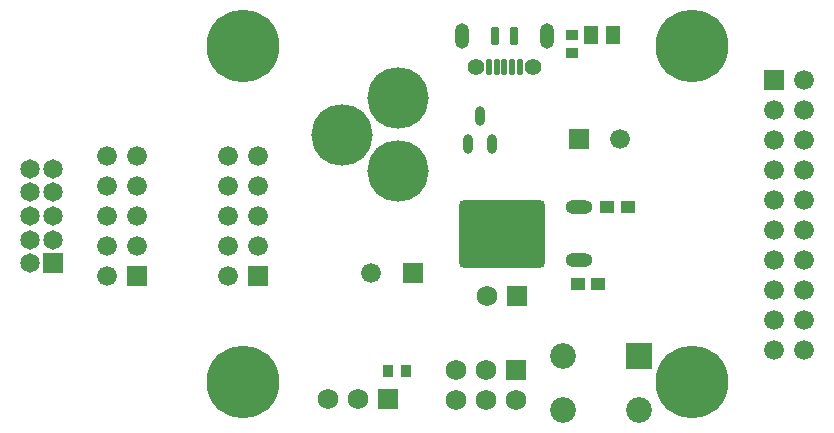
<source format=gts>
G04*
G04 #@! TF.GenerationSoftware,Altium Limited,Altium Designer,18.1.7 (191)*
G04*
G04 Layer_Color=8388736*
%FSLAX24Y24*%
%MOIN*%
G70*
G01*
G75*
%ADD21R,0.0335X0.0413*%
%ADD22R,0.0453X0.0413*%
%ADD23O,0.0906X0.0453*%
G04:AMPARAMS|DCode=24|XSize=285.4mil|YSize=224.4mil|CornerRadius=13.9mil|HoleSize=0mil|Usage=FLASHONLY|Rotation=180.000|XOffset=0mil|YOffset=0mil|HoleType=Round|Shape=RoundedRectangle|*
%AMROUNDEDRECTD24*
21,1,0.2854,0.1967,0,0,180.0*
21,1,0.2577,0.2244,0,0,180.0*
1,1,0.0278,-0.1288,0.0983*
1,1,0.0278,0.1288,0.0983*
1,1,0.0278,0.1288,-0.0983*
1,1,0.0278,-0.1288,-0.0983*
%
%ADD24ROUNDEDRECTD24*%
%ADD25O,0.0340X0.0650*%
G04:AMPARAMS|DCode=26|XSize=59.1mil|YSize=29.5mil|CornerRadius=8.9mil|HoleSize=0mil|Usage=FLASHONLY|Rotation=90.000|XOffset=0mil|YOffset=0mil|HoleType=Round|Shape=RoundedRectangle|*
%AMROUNDEDRECTD26*
21,1,0.0591,0.0118,0,0,90.0*
21,1,0.0413,0.0295,0,0,90.0*
1,1,0.0177,0.0059,0.0207*
1,1,0.0177,0.0059,-0.0207*
1,1,0.0177,-0.0059,-0.0207*
1,1,0.0177,-0.0059,0.0207*
%
%ADD26ROUNDEDRECTD26*%
G04:AMPARAMS|DCode=27|XSize=21.7mil|YSize=55.1mil|CornerRadius=6.9mil|HoleSize=0mil|Usage=FLASHONLY|Rotation=0.000|XOffset=0mil|YOffset=0mil|HoleType=Round|Shape=RoundedRectangle|*
%AMROUNDEDRECTD27*
21,1,0.0217,0.0413,0,0,0.0*
21,1,0.0079,0.0551,0,0,0.0*
1,1,0.0138,0.0039,-0.0207*
1,1,0.0138,-0.0039,-0.0207*
1,1,0.0138,-0.0039,0.0207*
1,1,0.0138,0.0039,0.0207*
%
%ADD27ROUNDEDRECTD27*%
%ADD28R,0.0413X0.0335*%
%ADD29R,0.0472X0.0610*%
%ADD30C,0.2049*%
%ADD31C,0.0659*%
%ADD32R,0.0659X0.0659*%
%ADD33R,0.0659X0.0659*%
%ADD34C,0.0689*%
%ADD35R,0.0689X0.0689*%
%ADD36C,0.0859*%
%ADD37R,0.0859X0.0859*%
%ADD38C,0.0650*%
%ADD39R,0.0650X0.0650*%
%ADD40C,0.2421*%
%ADD41C,0.0551*%
%ADD42O,0.0492X0.0846*%
D21*
X46230Y19370D02*
D03*
X46840D02*
D03*
D22*
X52559Y22264D02*
D03*
X53228D02*
D03*
X53553Y24833D02*
D03*
X54222D02*
D03*
D23*
X52589Y24844D02*
D03*
Y23049D02*
D03*
D24*
X50030Y23947D02*
D03*
D25*
X48917Y26944D02*
D03*
X49717D02*
D03*
X49317Y27854D02*
D03*
D26*
X50433Y30541D02*
D03*
X49803D02*
D03*
D27*
X50630Y29508D02*
D03*
X50374D02*
D03*
X50118D02*
D03*
X49862D02*
D03*
X49606D02*
D03*
D28*
X52362Y30561D02*
D03*
Y29951D02*
D03*
D29*
X52992Y30561D02*
D03*
X53740D02*
D03*
D30*
X44715Y27234D02*
D03*
X46565Y26014D02*
D03*
Y28455D02*
D03*
D31*
X41906Y23543D02*
D03*
Y26543D02*
D03*
Y25543D02*
D03*
X40906Y23543D02*
D03*
Y22543D02*
D03*
Y26543D02*
D03*
Y25543D02*
D03*
X41906Y24543D02*
D03*
X40906D02*
D03*
X37874Y23543D02*
D03*
Y26543D02*
D03*
Y25543D02*
D03*
X36874Y23543D02*
D03*
Y22543D02*
D03*
Y26543D02*
D03*
Y25543D02*
D03*
X37874Y24543D02*
D03*
X36874D02*
D03*
X60114Y20055D02*
D03*
X59114D02*
D03*
Y24055D02*
D03*
Y21055D02*
D03*
Y22055D02*
D03*
X60114Y24055D02*
D03*
Y21055D02*
D03*
Y22055D02*
D03*
X59114Y23055D02*
D03*
X60114D02*
D03*
Y27051D02*
D03*
X59114D02*
D03*
X60114Y26051D02*
D03*
Y25051D02*
D03*
Y29051D02*
D03*
Y28051D02*
D03*
X59114Y26051D02*
D03*
Y25051D02*
D03*
Y28051D02*
D03*
X53976Y27106D02*
D03*
X45679Y22628D02*
D03*
D32*
X41906Y22543D02*
D03*
X37874D02*
D03*
X59114Y29051D02*
D03*
D33*
X52598Y27106D02*
D03*
X47057Y22628D02*
D03*
D34*
X49551Y21878D02*
D03*
X48504Y18386D02*
D03*
Y19386D02*
D03*
X49504Y18386D02*
D03*
X50504D02*
D03*
X49504Y19386D02*
D03*
X44236Y18425D02*
D03*
X45236D02*
D03*
D35*
X50551Y21878D02*
D03*
X50504Y19386D02*
D03*
X46236Y18425D02*
D03*
D36*
X52056Y18071D02*
D03*
Y19871D02*
D03*
X54606Y18071D02*
D03*
D37*
Y19871D02*
D03*
D38*
X34291Y26102D02*
D03*
Y25315D02*
D03*
Y24528D02*
D03*
Y23740D02*
D03*
Y22953D02*
D03*
X35079Y26102D02*
D03*
Y25315D02*
D03*
Y24528D02*
D03*
Y23740D02*
D03*
D39*
Y22953D02*
D03*
D40*
X56358Y19006D02*
D03*
Y30197D02*
D03*
X41398Y19006D02*
D03*
Y30197D02*
D03*
D41*
X49154Y29508D02*
D03*
X51083D02*
D03*
D42*
X48701Y30541D02*
D03*
X51535D02*
D03*
M02*

</source>
